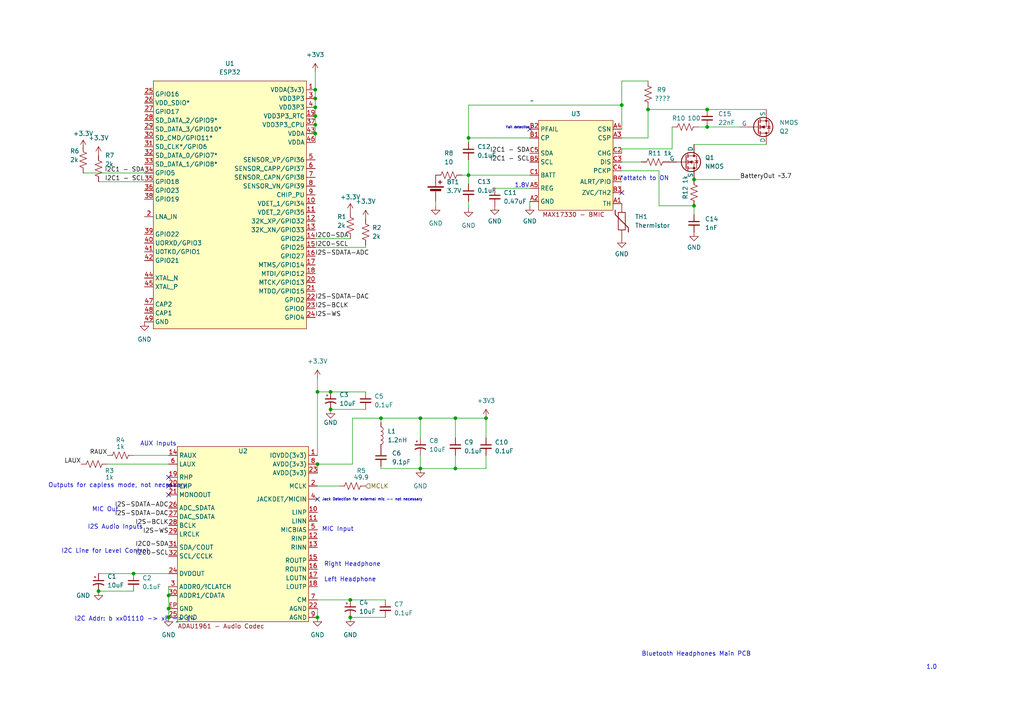
<source format=kicad_sch>
(kicad_sch (version 20230121) (generator eeschema)
  (paper "A4")
  (lib_symbols
    (symbol "CustomSymbols:ADAU1961"
      (property "Reference" "U" (at 1.27 52.07 0))
      (symbol "ADAU1961_1_1"
        (rectangle (start 0 50.8) (end 38.1 0) (fill (type background)))
        (text "ADAU1961 - Audio Codec" (at 12.7 -1.27 0) (effects (font (size 1.27 1.27))))
        (pin input line (at 40.64 48.26 180) (length 2.54) (name "IOVDD(3v3)") (number "1"))
        (pin input line (at 40.64 31.75 180) (length 2.54) (name "LINP") (number "10"))
        (pin input line (at 40.64 29.21 180) (length 2.54) (name "LINN") (number "11"))
        (pin input line (at 40.64 24.13 180) (length 2.54) (name "RINP") (number "12"))
        (pin input line (at 40.64 21.59 180) (length 2.54) (name "RINN") (number "13"))
        (pin input line (at -2.54 48.26 0) (length 2.54) (name "RAUX") (number "14"))
        (pin input line (at 40.64 17.78 180) (length 2.54) (name "ROUTP") (number "15"))
        (pin input line (at 40.64 15.24 180) (length 2.54) (name "ROUTN") (number "16"))
        (pin input line (at 40.64 12.7 180) (length 2.54) (name "LOUTN") (number "17"))
        (pin input line (at 40.64 10.16 180) (length 2.54) (name "LOUTP") (number "18"))
        (pin input line (at -2.54 41.91 0) (length 2.54) (name "RHP") (number "19"))
        (pin input line (at 40.64 39.37 180) (length 2.54) (name "MCLK") (number "2"))
        (pin input line (at -2.54 39.37 0) (length 2.54) (name "LHP") (number "20"))
        (pin input line (at -2.54 36.83 0) (length 2.54) (name "MONOOUT") (number "21"))
        (pin input line (at 40.64 3.81 180) (length 2.54) (name "AGND") (number "22"))
        (pin input line (at 40.64 43.18 180) (length 2.54) (name "AVDD(3v3)") (number "23"))
        (pin input line (at -2.54 13.97 0) (length 2.54) (name "DVDOUT") (number "24"))
        (pin input line (at -2.54 1.27 0) (length 2.54) (name "DGND") (number "25"))
        (pin input line (at -2.54 33.02 0) (length 2.54) (name "ADC_SDATA") (number "26"))
        (pin input line (at -2.54 30.48 0) (length 2.54) (name "DAC_SDATA") (number "27"))
        (pin input line (at -2.54 27.94 0) (length 2.54) (name "BCLK") (number "28"))
        (pin input line (at -2.54 25.4 0) (length 2.54) (name "LRCLK") (number "29"))
        (pin input line (at -2.54 10.16 0) (length 2.54) (name "ADDR0/!CLATCH") (number "3"))
        (pin input line (at -2.54 7.62 0) (length 2.54) (name "ADDR1/CDATA") (number "30"))
        (pin input line (at -2.54 21.59 0) (length 2.54) (name "SDA/COUT") (number "31"))
        (pin input line (at -2.54 19.05 0) (length 2.54) (name "SCL/CCLK") (number "32"))
        (pin input line (at 40.64 35.56 180) (length 2.54) (name "JACKDET/MICIN") (number "4"))
        (pin input line (at 40.64 26.67 180) (length 2.54) (name "MICBIAS") (number "5"))
        (pin input line (at -2.54 45.72 0) (length 2.54) (name "LAUX") (number "6"))
        (pin input line (at 40.64 6.35 180) (length 2.54) (name "CM") (number "7"))
        (pin input line (at 40.64 45.72 180) (length 2.54) (name "AVDD(3v3)") (number "8"))
        (pin input line (at 40.64 1.27 180) (length 2.54) (name "AGND") (number "9"))
        (pin input line (at -2.54 3.81 0) (length 2.54) (name "GND") (number "EP"))
      )
    )
    (symbol "CustomSymbols:ESP32"
      (property "Reference" "U" (at 1.016 73.152 0))
      (property "Value" "ESP32" (at 3.81 -1.27 0))
      (symbol "ESP32_1_1"
        (rectangle (start 0 72.39) (end 44.45 0.508) (fill (type background)))
        (pin input line (at 46.99 69.85 180) (length 2.54) (name "VDDA(3v3)") (number "1"))
        (pin input line (at 46.99 36.83 180) (length 2.54) (name "VDET_1/GPI34") (number "10"))
        (pin input line (at 46.99 34.29 180) (length 2.54) (name "VDET_2/GPI35") (number "11"))
        (pin input line (at 46.99 31.75 180) (length 2.54) (name "32K_XP/GPIO32") (number "12"))
        (pin input line (at 46.99 29.21 180) (length 2.54) (name "32K_XN/GPIO33") (number "13"))
        (pin input line (at 46.99 26.67 180) (length 2.54) (name "GPIO25") (number "14"))
        (pin input line (at 46.99 24.13 180) (length 2.54) (name "GPIO25") (number "15"))
        (pin input line (at 46.99 21.59 180) (length 2.54) (name "GPIO27") (number "16"))
        (pin input line (at 46.99 19.05 180) (length 2.54) (name "MTMS/GPIO14") (number "17"))
        (pin input line (at 46.99 16.51 180) (length 2.54) (name "MTDI/GPIO12") (number "18"))
        (pin input line (at 46.99 62.23 180) (length 2.54) (name "VDD3P3_RTC") (number "19"))
        (pin input line (at -2.54 33.02 0) (length 2.54) (name "LNA_IN") (number "2"))
        (pin input line (at 46.99 13.97 180) (length 2.54) (name "MTCK/GPIO13") (number "20"))
        (pin input line (at 46.99 11.43 180) (length 2.54) (name "MTDO/GPIO15") (number "21"))
        (pin input line (at 46.99 8.89 180) (length 2.54) (name "GPIO2") (number "22"))
        (pin input line (at 46.99 6.35 180) (length 2.54) (name "GPIO0") (number "23"))
        (pin input line (at 46.99 3.81 180) (length 2.54) (name "GPIO4") (number "24"))
        (pin input line (at -2.54 68.58 0) (length 2.54) (name "GPIO16") (number "25"))
        (pin input line (at -2.54 66.04 0) (length 2.54) (name "VDD_SDIO*") (number "26"))
        (pin input line (at -2.54 63.5 0) (length 2.54) (name "GPIO17") (number "27"))
        (pin input line (at -2.54 60.96 0) (length 2.54) (name "SD_DATA_2/GPIO9*") (number "28"))
        (pin input line (at -2.54 58.42 0) (length 2.54) (name "SD_DATA_3/GPIO10*") (number "29"))
        (pin input line (at 46.99 67.31 180) (length 2.54) (name "VDD3P3") (number "3"))
        (pin input line (at -2.54 55.88 0) (length 2.54) (name "SD_CMD/GPIO11*") (number "30"))
        (pin input line (at -2.54 53.34 0) (length 2.54) (name "SD_CLK*/GPIO6") (number "31"))
        (pin input line (at -2.54 50.8 0) (length 2.54) (name "SD_DATA_0/GPIO7*") (number "32"))
        (pin input line (at -2.54 48.26 0) (length 2.54) (name "SD_DATA_1/GPIO8*") (number "33"))
        (pin input line (at -2.54 45.72 0) (length 2.54) (name "GPIO5") (number "34"))
        (pin input line (at -2.54 43.18 0) (length 2.54) (name "GPIO18") (number "35"))
        (pin input line (at -2.54 40.64 0) (length 2.54) (name "GPIO23") (number "36"))
        (pin input line (at 46.99 59.69 180) (length 2.54) (name "VDD3P3_CPU") (number "37"))
        (pin input line (at -2.54 38.1 0) (length 2.54) (name "GPIO19") (number "38"))
        (pin input line (at -2.54 27.94 0) (length 2.54) (name "GPIO22") (number "39"))
        (pin input line (at 46.99 64.77 180) (length 2.54) (name "VDD3P3") (number "4"))
        (pin input line (at -2.54 25.4 0) (length 2.54) (name "UORXD/GPIO3") (number "40"))
        (pin input line (at -2.54 22.86 0) (length 2.54) (name "U0TKD/GPIO1") (number "41"))
        (pin input line (at -2.54 20.32 0) (length 2.54) (name "GPIO21") (number "42"))
        (pin input line (at 46.99 57.15 180) (length 2.54) (name "VDDA") (number "43"))
        (pin input line (at -2.54 15.24 0) (length 2.54) (name "XTAL_N") (number "44"))
        (pin input line (at -2.54 12.7 0) (length 2.54) (name "XTAL_P") (number "45"))
        (pin input line (at 46.99 54.61 180) (length 2.54) (name "VDDA") (number "46"))
        (pin input line (at -2.54 7.62 0) (length 2.54) (name "CAP2") (number "47"))
        (pin input line (at -2.54 5.08 0) (length 2.54) (name "CAP1") (number "48"))
        (pin input line (at -2.54 2.54 0) (length 2.54) (name "GND") (number "49"))
        (pin input line (at 46.99 49.53 180) (length 2.54) (name "SENSOR_VP/GPI36") (number "5"))
        (pin input line (at 46.99 46.99 180) (length 2.54) (name "SENSOR_CAPP/GPI37") (number "6"))
        (pin input line (at 46.99 44.45 180) (length 2.54) (name "SENSOR_CAPN/GPI38") (number "7"))
        (pin input line (at 46.99 41.91 180) (length 2.54) (name "SENSOR_VN/GPI39") (number "8"))
        (pin input line (at 46.99 39.37 180) (length 2.54) (name "CHIP_PU") (number "9"))
      )
    )
    (symbol "CustomSymbols:MAX17330"
      (property "Reference" "U" (at 1.27 27.305 0))
      (symbol "MAX17330_1_1"
        (rectangle (start 0 26.035) (end 21.59 0) (fill (type background)))
        (text "MAX17330 - BMIC\n" (at 10.16 -1.27 0) (effects (font (size 1.27 1.27))))
        (pin input line (at 24.13 1.905 180) (length 2.54) (name "TH") (number "A1"))
        (pin input line (at -2.54 2.54 0) (length 2.54) (name "GND") (number "A2"))
        (pin input line (at 24.13 20.955 180) (length 2.54) (name "CSP") (number "A3"))
        (pin input line (at 24.13 23.495 180) (length 2.54) (name "CSN") (number "A4"))
        (pin input line (at -2.54 6.35 0) (length 2.54) (name "REG") (number "A5"))
        (pin input line (at -2.54 20.955 0) (length 2.54) (name "CP") (number "B1"))
        (pin input line (at -2.54 23.495 0) (length 2.54) (name "PFAIL") (number "B2"))
        (pin input line (at 24.13 5.08 180) (length 2.54) (name "ZVC/TH2") (number "B3"))
        (pin input line (at 24.13 8.255 180) (length 2.54) (name "ALRT/PIO") (number "B4"))
        (pin input line (at -2.54 13.97 0) (length 2.54) (name "SCL") (number "B5"))
        (pin input line (at -2.54 10.16 0) (length 2.54) (name "BATT") (number "C1"))
        (pin input line (at 24.13 16.51 180) (length 2.54) (name "CHG") (number "C2"))
        (pin input line (at 24.13 13.97 180) (length 2.54) (name "DIS") (number "C3"))
        (pin input line (at 24.13 11.43 180) (length 2.54) (name "PCKP") (number "C4"))
        (pin input line (at -2.54 16.51 0) (length 2.54) (name "SDA") (number "C5"))
      )
    )
    (symbol "Device:Battery_Cell" (pin_numbers hide) (pin_names (offset 0) hide)
      (property "Reference" "BT" (at 2.54 2.54 0))
      (property "Value" "Battery_Cell" (at 2.54 0 0))
      (symbol "Battery_Cell_0_1"
        (rectangle (start -2.286 1.778) (end 2.286 1.524) (fill (type outline)))
        (rectangle (start -1.524 1.016) (end 1.524 0.508) (fill (type outline)))
        (polyline (pts (xy 0 0.762) (xy 0 0)))
        (polyline (pts (xy 0 1.778) (xy 0 2.54)))
        (polyline (pts (xy 0.762 3.048) (xy 1.778 3.048)) (stroke (width 0.254)))
        (polyline (pts (xy 1.27 3.556) (xy 1.27 2.54)) (stroke (width 0.254)))
      )
      (symbol "Battery_Cell_1_1"
        (pin passive line (at 0 5.08 270) (length 2.54) (name "+") (number "1"))
        (pin passive line (at 0 -2.54 90) (length 2.54) (name "-") (number "2"))
      )
    )
    (symbol "Device:C_Polarized_Small_US" (pin_numbers hide) (pin_names (offset 0.254) hide)
      (property "Reference" "C" (at 0.254 1.778 0))
      (property "Value" "C_Polarized_Small_US" (at 0.254 -2.032 0))
      (symbol "C_Polarized_Small_US_0_1"
        (polyline (pts (xy -1.524 0.508) (xy 1.524 0.508)) (stroke (width 0.3048)))
        (polyline (pts (xy -1.27 1.524) (xy -0.762 1.524)))
        (polyline (pts (xy -1.016 1.27) (xy -1.016 1.778)))
        (arc (start 1.524 -0.762) (mid 0 -0.3734) (end -1.524 -0.762) (stroke (width 0.3048)))
      )
      (symbol "C_Polarized_Small_US_1_1"
        (pin passive line (at 0 2.54 270) (length 2.032) (name "~") (number "1"))
        (pin passive line (at 0 -2.54 90) (length 2.032) (name "~") (number "2"))
      )
    )
    (symbol "Device:C_Small" (pin_numbers hide) (pin_names (offset 0.254) hide)
      (property "Reference" "C" (at 0.254 1.778 0))
      (property "Value" "C_Small" (at 0.254 -2.032 0))
      (symbol "C_Small_0_1"
        (polyline (pts (xy -1.524 -0.508) (xy 1.524 -0.508)) (stroke (width 0.3302)))
        (polyline (pts (xy -1.524 0.508) (xy 1.524 0.508)) (stroke (width 0.3048)))
      )
      (symbol "C_Small_1_1"
        (pin passive line (at 0 2.54 270) (length 2.032) (name "~") (number "1"))
        (pin passive line (at 0 -2.54 90) (length 2.032) (name "~") (number "2"))
      )
    )
    (symbol "Device:L" (pin_numbers hide) (pin_names (offset 1.016) hide)
      (property "Reference" "L" (at -1.27 0 90))
      (property "Value" "L" (at 1.905 0 90))
      (symbol "L_0_1"
        (arc (start 0 -2.54) (mid 0.6323 -1.905) (end 0 -1.27))
        (arc (start 0 -1.27) (mid 0.6323 -0.635) (end 0 0))
        (arc (start 0 0) (mid 0.6323 0.635) (end 0 1.27))
        (arc (start 0 1.27) (mid 0.6323 1.905) (end 0 2.54))
      )
      (symbol "L_1_1"
        (pin passive line (at 0 3.81 270) (length 1.27) (name "1") (number "1"))
        (pin passive line (at 0 -3.81 90) (length 1.27) (name "2") (number "2"))
      )
    )
    (symbol "Device:R_US" (pin_numbers hide) (pin_names (offset 0))
      (property "Reference" "R" (at 2.54 0 90))
      (property "Value" "R_US" (at -2.54 0 90))
      (symbol "R_US_0_1"
        (polyline (pts (xy 0 -2.286) (xy 0 -2.54)))
        (polyline (pts (xy 0 2.286) (xy 0 2.54)))
        (polyline (pts (xy 0 -0.762) (xy 1.016 -1.143) (xy 0 -1.524) (xy -1.016 -1.905) (xy 0 -2.286)))
        (polyline (pts (xy 0 0.762) (xy 1.016 0.381) (xy 0 0) (xy -1.016 -0.381) (xy 0 -0.762)))
        (polyline (pts (xy 0 2.286) (xy 1.016 1.905) (xy 0 1.524) (xy -1.016 1.143) (xy 0 0.762)))
      )
      (symbol "R_US_1_1"
        (pin passive line (at 0 3.81 270) (length 1.27) (name "~") (number "1"))
        (pin passive line (at 0 -3.81 90) (length 1.27) (name "~") (number "2"))
      )
    )
    (symbol "Device:Thermistor" (pin_numbers hide) (pin_names (offset 0))
      (property "Reference" "TH" (at 2.54 1.27 90))
      (property "Value" "Thermistor" (at -2.54 0 90))
      (symbol "Thermistor_0_1"
        (rectangle (start -1.016 2.54) (end 1.016 -2.54) (stroke (width 0.2032)))
        (polyline (pts (xy -1.905 3.175) (xy -1.905 1.905) (xy 1.905 -1.905) (xy 1.905 -3.175) (xy 1.905 -3.175)) (stroke (width 0.254)))
      )
      (symbol "Thermistor_1_1"
        (pin passive line (at 0 5.08 270) (length 2.54) (name "~") (number "1"))
        (pin passive line (at 0 -5.08 90) (length 2.54) (name "~") (number "2"))
      )
    )
    (symbol "Simulation_SPICE:NMOS" (pin_numbers hide) (pin_names (offset 0))
      (property "Reference" "Q" (at 5.08 1.27 0))
      (property "Value" "NMOS" (at 5.08 -1.27 0))
      (symbol "NMOS_0_1"
        (polyline (pts (xy 0.254 0) (xy -2.54 0)))
        (polyline (pts (xy 0.254 1.905) (xy 0.254 -1.905)) (stroke (width 0.254)))
        (polyline (pts (xy 0.762 -1.27) (xy 0.762 -2.286)) (stroke (width 0.254)))
        (polyline (pts (xy 0.762 0.508) (xy 0.762 -0.508)) (stroke (width 0.254)))
        (polyline (pts (xy 0.762 2.286) (xy 0.762 1.27)) (stroke (width 0.254)))
        (polyline (pts (xy 2.54 2.54) (xy 2.54 1.778)))
        (polyline (pts (xy 2.54 -2.54) (xy 2.54 0) (xy 0.762 0)))
        (polyline (pts (xy 0.762 -1.778) (xy 3.302 -1.778) (xy 3.302 1.778) (xy 0.762 1.778)))
        (polyline (pts (xy 1.016 0) (xy 2.032 0.381) (xy 2.032 -0.381) (xy 1.016 0)) (fill (type outline)))
        (polyline (pts (xy 2.794 0.508) (xy 2.921 0.381) (xy 3.683 0.381) (xy 3.81 0.254)))
        (polyline (pts (xy 3.302 0.381) (xy 2.921 -0.254) (xy 3.683 -0.254) (xy 3.302 0.381)))
        (circle (center 1.651 0) (radius 2.794) (stroke (width 0.254)))
        (circle (center 2.54 -1.778) (radius 0.254) (fill (type outline)))
        (circle (center 2.54 1.778) (radius 0.254) (fill (type outline)))
      )
      (symbol "NMOS_1_1"
        (pin passive line (at 2.54 5.08 270) (length 2.54) (name "D") (number "1"))
        (pin input line (at -5.08 0 0) (length 2.54) (name "G") (number "2"))
        (pin passive line (at 2.54 -5.08 90) (length 2.54) (name "S") (number "3"))
      )
    )
    (symbol "power:+3.3V" (power) (pin_names (offset 0))
      (property "Value" "+3.3V" (at 0 3.556 0))
      (symbol "+3.3V_0_1"
        (polyline (pts (xy -0.762 1.27) (xy 0 2.54)))
        (polyline (pts (xy 0 0) (xy 0 2.54)))
        (polyline (pts (xy 0 2.54) (xy 0.762 1.27)))
      )
      (symbol "+3.3V_1_1"
        (pin power_in line (at 0 0 90) (length 0) hide (name "+3.3V") (number "1"))
      )
    )
    (symbol "power:+3V3" (power) (pin_names (offset 0))
      (property "Value" "+3V3" (at 0 3.556 0))
      (symbol "+3V3_0_1"
        (polyline (pts (xy -0.762 1.27) (xy 0 2.54)))
        (polyline (pts (xy 0 0) (xy 0 2.54)))
        (polyline (pts (xy 0 2.54) (xy 0.762 1.27)))
      )
      (symbol "+3V3_1_1"
        (pin power_in line (at 0 0 90) (length 0) hide (name "+3V3") (number "1"))
      )
    )
    (symbol "power:GND" (power) (pin_names (offset 0))
      (property "Value" "GND" (at 0 -3.81 0))
      (symbol "GND_0_1"
        (polyline (pts (xy 0 0) (xy 0 -1.27) (xy 1.27 -1.27) (xy 0 -2.54) (xy -1.27 -1.27) (xy 0 -1.27)))
      )
      (symbol "GND_1_1"
        (pin power_in line (at 0 0 270) (length 0) hide (name "GND") (number "1"))
      )
    )
  )
  (junction (at 201.295 59.69))
  (junction (at 205.105 31.75))
  (junction (at 91.44 38.735))
  (junction (at 92.075 179.07))
  (junction (at 92.075 113.665))
  (junction (at 101.6 179.07))
  (junction (at 48.895 176.53))
  (junction (at 91.44 33.655))
  (junction (at 205.105 36.83))
  (junction (at 91.44 31.115))
  (junction (at 132.08 135.89))
  (junction (at 135.89 50.8))
  (junction (at 92.075 134.62))
  (junction (at 101.6 173.99))
  (junction (at 48.895 179.07))
  (junction (at 121.92 135.89))
  (junction (at 135.89 40.005))
  (junction (at 121.92 121.285))
  (junction (at 132.08 121.285))
  (junction (at 91.44 36.195))
  (junction (at 201.295 52.07))
  (junction (at 38.735 166.37))
  (junction (at 48.895 172.72))
  (junction (at 91.44 28.575))
  (junction (at 187.96 31.75))
  (junction (at 28.575 171.45))
  (junction (at 91.44 26.035))
  (junction (at 140.97 121.285))
  (junction (at 95.885 113.665))
  (junction (at 95.885 118.745))
  (junction (at 180.34 30.48))
  (junction (at 110.49 121.285))
  (no_connect (at 180.34 55.88))
  (no_connect (at 92.075 144.78))
  (no_connect (at 48.895 138.43))
  (no_connect (at 153.67 37.465))
  (no_connect (at 48.895 143.51))
  (no_connect (at 48.895 140.97))
  (wire (pts (xy 91.44 36.195) (xy 91.44 38.735)))
  (wire (pts (xy 153.67 40.005) (xy 135.89 40.005)))
  (wire (pts (xy 91.44 31.115) (xy 91.44 33.655)))
  (wire (pts (xy 191.135 59.69) (xy 191.135 49.53)))
  (wire (pts (xy 92.075 134.62) (xy 102.235 134.62)))
  (wire (pts (xy 205.105 31.75) (xy 222.25 31.75)))
  (wire (pts (xy 91.44 28.575) (xy 91.44 31.115)))
  (wire (pts (xy 92.075 134.62) (xy 92.075 137.16)))
  (wire (pts (xy 180.34 46.99) (xy 186.055 46.99)))
  (wire (pts (xy 48.895 172.72) (xy 48.895 176.53)))
  (wire (pts (xy 135.89 58.42) (xy 135.89 60.325)))
  (wire (pts (xy 38.735 166.37) (xy 48.895 166.37)))
  (wire (pts (xy 48.895 176.53) (xy 48.895 179.07)))
  (wire (pts (xy 110.49 121.285) (xy 110.49 122.555)))
  (wire (pts (xy 101.6 173.99) (xy 111.76 173.99)))
  (wire (pts (xy 24.13 50.165) (xy 41.91 50.165)))
  (wire (pts (xy 135.89 30.48) (xy 180.34 30.48)))
  (wire (pts (xy 121.92 135.89) (xy 121.92 132.08)))
  (wire (pts (xy 201.295 59.69) (xy 201.295 62.23)))
  (wire (pts (xy 28.575 166.37) (xy 38.735 166.37)))
  (wire (pts (xy 187.96 31.75) (xy 187.96 40.005)))
  (wire (pts (xy 194.945 36.83) (xy 194.945 43.18)))
  (wire (pts (xy 153.67 59.69) (xy 153.67 58.42)))
  (wire (pts (xy 214.63 52.07) (xy 201.295 52.07)))
  (wire (pts (xy 91.44 71.755) (xy 106.045 71.755)))
  (wire (pts (xy 135.89 46.355) (xy 135.89 50.8)))
  (wire (pts (xy 135.89 50.8) (xy 135.89 53.34)))
  (wire (pts (xy 143.51 54.61) (xy 153.67 54.61)))
  (wire (pts (xy 28.575 171.45) (xy 38.735 171.45)))
  (wire (pts (xy 132.08 135.89) (xy 140.97 135.89)))
  (wire (pts (xy 91.44 20.955) (xy 91.44 26.035)))
  (wire (pts (xy 110.49 135.255) (xy 110.49 135.89)))
  (wire (pts (xy 92.075 109.855) (xy 92.075 113.665)))
  (wire (pts (xy 102.235 121.285) (xy 110.49 121.285)))
  (wire (pts (xy 121.92 127) (xy 121.92 121.285)))
  (wire (pts (xy 92.075 113.665) (xy 92.075 132.08)))
  (wire (pts (xy 187.96 40.005) (xy 180.34 40.005)))
  (wire (pts (xy 132.08 121.285) (xy 140.97 121.285)))
  (wire (pts (xy 110.49 121.285) (xy 121.92 121.285)))
  (wire (pts (xy 31.115 134.62) (xy 48.895 134.62)))
  (wire (pts (xy 135.89 40.005) (xy 135.89 41.275)))
  (wire (pts (xy 180.34 30.48) (xy 180.34 37.465)))
  (wire (pts (xy 91.44 38.735) (xy 91.44 41.275)))
  (wire (pts (xy 95.885 113.665) (xy 106.045 113.665)))
  (wire (pts (xy 135.89 50.8) (xy 153.67 50.8)))
  (wire (pts (xy 38.735 132.08) (xy 48.895 132.08)))
  (wire (pts (xy 132.08 135.89) (xy 132.08 132.08)))
  (wire (pts (xy 135.89 40.005) (xy 135.89 30.48)))
  (wire (pts (xy 102.235 134.62) (xy 102.235 121.285)))
  (wire (pts (xy 191.135 49.53) (xy 180.34 49.53)))
  (wire (pts (xy 95.885 118.745) (xy 106.045 118.745)))
  (wire (pts (xy 121.92 121.285) (xy 132.08 121.285)))
  (wire (pts (xy 202.565 36.83) (xy 205.105 36.83)))
  (wire (pts (xy 201.295 41.91) (xy 222.25 41.91)))
  (wire (pts (xy 133.985 50.8) (xy 135.89 50.8)))
  (wire (pts (xy 126.365 59.69) (xy 126.365 58.42)))
  (wire (pts (xy 91.44 33.655) (xy 91.44 36.195)))
  (wire (pts (xy 180.34 43.18) (xy 180.34 44.45)))
  (wire (pts (xy 187.96 31.75) (xy 205.105 31.75)))
  (wire (pts (xy 91.44 69.215) (xy 101.6 69.215)))
  (wire (pts (xy 140.97 121.285) (xy 140.97 127)))
  (wire (pts (xy 28.575 52.705) (xy 41.91 52.705)))
  (wire (pts (xy 92.075 173.99) (xy 101.6 173.99)))
  (wire (pts (xy 91.44 26.035) (xy 91.44 28.575)))
  (wire (pts (xy 140.97 135.89) (xy 140.97 132.08)))
  (wire (pts (xy 121.92 135.89) (xy 132.08 135.89)))
  (wire (pts (xy 205.105 36.83) (xy 214.63 36.83)))
  (wire (pts (xy 101.6 179.07) (xy 111.76 179.07)))
  (wire (pts (xy 191.135 59.69) (xy 201.295 59.69)))
  (wire (pts (xy 180.34 23.495) (xy 180.34 30.48)))
  (wire (pts (xy 92.075 140.97) (xy 98.425 140.97)))
  (wire (pts (xy 132.08 121.285) (xy 132.08 127)))
  (wire (pts (xy 92.075 176.53) (xy 92.075 179.07)))
  (wire (pts (xy 180.34 23.495) (xy 187.96 23.495)))
  (wire (pts (xy 187.96 31.115) (xy 187.96 31.75)))
  (wire (pts (xy 106.045 71.12) (xy 106.045 71.755)))
  (wire (pts (xy 110.49 135.89) (xy 121.92 135.89)))
  (wire (pts (xy 48.895 170.18) (xy 48.895 172.72)))
  (wire (pts (xy 92.075 113.665) (xy 95.885 113.665)))
  (wire (pts (xy 194.945 43.18) (xy 180.34 43.18)))
  (wire (pts (xy 24.13 42.545) (xy 24.13 43.18)))
  (text "MIC Out\n" (at 26.67 148.59 0) (effects (font (size 1.27 1.27)) (justify left bottom)))
  (text "Fail detection\n" (at 146.685 37.465 0) (effects (font (size 0.66 0.66)) (justify left bottom)))
  (text "AUX Inputs" (at 40.64 129.54 0) (effects (font (size 1.27 1.27)) (justify left bottom)))
  (text "I2S Audio Inputs\n" (at 25.4 153.67 0) (effects (font (size 1.27 1.27)) (justify left bottom)))
  (text "*attatch to ON\n\n" (at 179.705 54.61 0) (effects (font (size 1.27 1.27)) (justify left bottom)))
  (text "Outputs for capless mode, not necessary\n" (at 13.97 141.605 0) (effects (font (size 1.27 1.27)) (justify left bottom)))
  (text "Left Headphone\n" (at 93.98 168.91 0) (effects (font (size 1.27 1.27)) (justify left bottom)))
  (text "1.8V" (at 149.225 54.61 0) (effects (font (size 1.27 1.27)) (justify left bottom)))
  (text "I2C Line for Level Control\n" (at 17.78 160.655 0) (effects (font (size 1.27 1.27)) (justify left bottom)))
  (text "1.0" (at 268.605 194.31 0) (effects (font (size 1.27 1.27)) (justify left bottom)))
  (text "MIC Input" (at 93.345 154.305 0) (effects (font (size 1.27 1.27)) (justify left bottom)))
  (text "I2C Addr: b xx01110 -> xE -> 14" (at 21.59 180.34 0) (effects (font (size 1.27 1.27)) (justify left bottom)))
  (text "Right Headphone\n" (at 93.98 164.465 0) (effects (font (size 1.27 1.27)) (justify left bottom)))
  (text "Jack Detection for external mic -- not necessary" (at 93.345 145.415 0) (effects (font (size 0.75 0.75)) (justify left bottom)))
  (text "Bluetooth Headphones Main PCB" (at 186.055 190.5 0) (effects (font (size 1.27 1.27)) (justify left bottom)))
  (label "I2C1 - SDA" (at 153.67 44.45 180))
  (label "I2S-SDATA-ADC" (at 91.44 74.295 0))
  (label "I2S-SDATA-DAC" (at 48.895 149.86 180))
  (label "I2C1 - SCL" (at 41.91 52.705 180))
  (label "I2C1 - SCL" (at 153.67 46.99 180))
  (label "I2C0-SCL" (at 48.895 161.29 180))
  (label "I2S-BCLK" (at 91.44 89.535 0))
  (label "I2C0-SDA" (at 48.895 158.75 180))
  (label "I2S-SDATA-DAC" (at 91.44 86.995 0))
  (label "I2C0-SDA" (at 91.44 69.215 0))
  (label "I2S-WS" (at 48.895 154.94 180))
  (label "BatteryOut ~3.7" (at 214.63 52.07 0))
  (label "I2S-SDATA-ADC" (at 48.895 147.32 180))
  (label "I2S-WS" (at 91.44 92.075 0))
  (label "RAUX" (at 31.115 132.08 180))
  (label "I2C1 - SDA" (at 41.91 50.165 180))
  (label "I2C0-SCL" (at 91.44 71.755 0))
  (label "LAUX" (at 23.495 134.62 180))
  (label "I2S-BCLK" (at 48.895 152.4 180))
  (hierarchical_label "MCLK" (shape input) (at 106.045 140.97 0))
  (symbol (lib_id "Device:C_Small") (at 135.89 55.88 0) (unit 1)
    (property "Reference" "C13" (at 138.43 52.705 0) (effects (justify left)))
    (property "Value" "0.1uF" (at 138.43 55.245 0) (effects (justify left)))
  )
  (symbol (lib_id "Device:C_Small") (at 140.97 129.54 0) (unit 1)
    (property "Reference" "C10" (at 143.51 128.2763 0) (effects (justify left)))
    (property "Value" "0.1uF" (at 143.51 130.8163 0) (effects (justify left)))
  )
  (symbol (lib_id "Device:R_US") (at 24.13 46.355 0) (unit 1)
    (property "Reference" "R6" (at 20.32 43.815 0) (effects (justify left)))
    (property "Value" "2k" (at 20.32 46.355 0) (effects (justify left)))
  )
  (symbol (lib_id "power:GND") (at 121.92 135.89 0) (unit 1)
    (property "Reference" "#PWR013" (effects hide))
    (property "Value" "GND" (at 121.92 140.97 0))
  )
  (symbol (lib_id "power:GND") (at 135.89 60.325 0) (unit 1)
    (property "Reference" "#PWR019" (effects hide))
    (property "Value" "GND" (at 135.89 65.405 0))
  )
  (symbol (lib_id "Device:R_US") (at 101.6 65.405 0) (unit 1)
    (property "Reference" "R1" (at 97.79 62.865 0) (effects (justify left)))
    (property "Value" "2k" (at 97.79 65.405 0) (effects (justify left)))
  )
  (symbol (lib_id "Device:C_Small") (at 106.045 116.205 0) (unit 1)
    (property "Reference" "C5" (at 108.585 114.9413 0) (effects (justify left)))
    (property "Value" "0.1uF" (at 108.585 117.4813 0) (effects (justify left)))
  )
  (symbol (lib_id "Simulation_SPICE:NMOS") (at 198.755 46.99 0) (unit 1)
    (property "Reference" "Q1" (at 204.47 45.72 0) (effects (justify left)))
    (property "Value" "NMOS" (at 204.47 48.26 0) (effects (justify left)))
    (property "Datasheet" "https://ngspice.sourceforge.io/docs/ngspice-manual.pdf" (effects hide))
    (property "Sim.Device" "NMOS" (effects hide))
    (property "Sim.Type" "VDMOS" (effects hide))
    (property "Sim.Pins" "1=D 2=G 3=S" (effects hide))
  )
  (symbol (lib_id "power:GND") (at 153.67 59.69 0) (unit 1)
    (property "Reference" "#PWR015" (effects hide))
    (property "Value" "GND" (at 153.67 64.135 0))
  )
  (symbol (lib_id "Device:R_US") (at 189.865 46.99 90) (unit 1)
    (property "Reference" "R11" (at 189.865 44.45 90))
    (property "Value" "1k" (at 193.675 44.45 90))
  )
  (symbol (lib_id "Device:C_Small") (at 143.51 57.15 0) (unit 1)
    (property "Reference" "C11" (at 146.05 55.8863 0) (effects (justify left)))
    (property "Value" "0.47uF" (at 146.05 58.4263 0) (effects (justify left)))
  )
  (symbol (lib_id "power:GND") (at 48.895 179.07 0) (unit 1)
    (property "Reference" "#PWR03" (effects hide))
    (property "Value" "GND" (at 48.895 184.15 0))
  )
  (symbol (lib_id "power:+3.3V") (at 28.575 45.085 0) (unit 1)
    (property "Reference" "#PWR018" (effects hide))
    (property "Value" "+3.3V" (at 28.575 40.005 0))
  )
  (symbol (lib_id "power:GND") (at 143.51 59.69 0) (unit 1)
    (property "Reference" "#PWR016" (effects hide))
    (property "Value" "GND" (at 143.51 64.135 0))
  )
  (symbol (lib_id "CustomSymbols:ADAU1961") (at 51.435 180.34 0) (unit 1)
    (property "Reference" "U2" (at 70.485 130.81 0))
    (property "Value" "~" (at 51.435 180.34 0))
  )
  (symbol (lib_id "Device:Battery_Cell") (at 126.365 55.88 0) (unit 1)
    (property "Reference" "BT1" (at 129.54 52.7685 0) (effects (justify left)))
    (property "Value" "3.7V" (at 129.54 55.3085 0) (effects (justify left)))
  )
  (symbol (lib_id "CustomSymbols:ESP32") (at 44.45 95.885 0) (unit 1)
    (property "Reference" "U1" (at 66.675 18.415 0))
    (property "Value" "ESP32" (at 66.675 20.955 0))
  )
  (symbol (lib_id "power:+3V3") (at 140.97 121.285 0) (unit 1)
    (property "Reference" "#PWR014" (effects hide))
    (property "Value" "+3V3" (at 140.97 116.205 0))
  )
  (symbol (lib_id "power:GND") (at 92.075 179.07 0) (unit 1)
    (property "Reference" "#PWR05" (effects hide))
    (property "Value" "GND" (at 92.075 184.15 0))
  )
  (symbol (lib_id "Device:C_Small") (at 38.735 168.91 0) (unit 1)
    (property "Reference" "C2" (at 41.275 167.6463 0) (effects (justify left)))
    (property "Value" "0.1uF" (at 41.275 170.1863 0) (effects (justify left)))
  )
  (symbol (lib_id "Device:R_US") (at 201.295 55.88 180) (unit 1)
    (property "Reference" "R12" (at 198.755 55.88 90))
    (property "Value" "1k" (at 198.755 52.07 90))
  )
  (symbol (lib_id "Device:R_US") (at 130.175 50.8 90) (unit 1)
    (property "Reference" "R8" (at 130.175 44.45 90))
    (property "Value" "10" (at 130.175 46.99 90))
  )
  (symbol (lib_id "Device:R_US") (at 28.575 48.895 0) (unit 1)
    (property "Reference" "R7" (at 30.48 45.085 0) (effects (justify left)))
    (property "Value" "2k" (at 30.48 47.625 0) (effects (justify left)))
  )
  (symbol (lib_id "power:GND") (at 95.885 118.745 0) (unit 1)
    (property "Reference" "#PWR07" (effects hide))
    (property "Value" "GND" (at 95.885 122.555 0))
  )
  (symbol (lib_id "Device:C_Polarized_Small_US") (at 101.6 176.53 0) (unit 1)
    (property "Reference" "C4" (at 104.14 174.8282 0) (effects (justify left)))
    (property "Value" "10uF" (at 104.14 177.3682 0) (effects (justify left)))
  )
  (symbol (lib_id "power:GND") (at 126.365 59.69 0) (unit 1)
    (property "Reference" "#PWR010" (effects hide))
    (property "Value" "GND" (at 126.365 64.77 0))
  )
  (symbol (lib_id "power:GND") (at 101.6 179.07 0) (unit 1)
    (property "Reference" "#PWR012" (effects hide))
    (property "Value" "GND" (at 101.6 184.15 0))
  )
  (symbol (lib_id "power:GND") (at 201.295 67.31 0) (unit 1)
    (property "Reference" "#PWR020" (effects hide))
    (property "Value" "GND" (at 201.295 71.755 0))
  )
  (symbol (lib_id "power:+3V3") (at 91.44 20.955 0) (unit 1)
    (property "Reference" "#PWR06" (effects hide))
    (property "Value" "+3V3" (at 91.44 15.875 0))
  )
  (symbol (lib_id "Device:C_Small") (at 135.89 43.815 0) (unit 1)
    (property "Reference" "C12" (at 138.43 42.5513 0) (effects (justify left)))
    (property "Value" "0.1uF" (at 138.43 45.0913 0) (effects (justify left)))
  )
  (symbol (lib_id "power:GND") (at 28.575 171.45 0) (unit 1)
    (property "Reference" "#PWR02" (effects hide))
    (property "Value" "GND" (at 24.13 172.72 0))
  )
  (symbol (lib_id "power:GND") (at 180.34 69.215 0) (unit 1)
    (property "Reference" "#PWR011" (effects hide))
    (property "Value" "GND" (at 180.34 73.66 0))
  )
  (symbol (lib_id "Device:C_Small") (at 201.295 64.77 0) (unit 1)
    (property "Reference" "C14" (at 204.47 63.5063 0) (effects (justify left)))
    (property "Value" "1nF" (at 204.47 66.0463 0) (effects (justify left)))
  )
  (symbol (lib_id "Device:R_US") (at 34.925 132.08 90) (unit 1)
    (property "Reference" "R4" (at 34.925 127.635 90))
    (property "Value" "1k" (at 34.925 129.54 90))
  )
  (symbol (lib_id "power:+3.3V") (at 101.6 61.595 0) (unit 1)
    (property "Reference" "#PWR08" (effects hide))
    (property "Value" "+3.3V" (at 101.6 57.15 0))
  )
  (symbol (lib_id "Device:C_Small") (at 111.76 176.53 0) (unit 1)
    (property "Reference" "C7" (at 114.3 175.2663 0) (effects (justify left)))
    (property "Value" "0.1uF" (at 114.3 177.8063 0) (effects (justify left)))
  )
  (symbol (lib_id "power:+3.3V") (at 106.045 63.5 0) (unit 1)
    (property "Reference" "#PWR09" (effects hide))
    (property "Value" "+3.3V" (at 106.045 58.42 0))
  )
  (symbol (lib_id "power:+3.3V") (at 92.075 109.855 0) (unit 1)
    (property "Reference" "#PWR04" (effects hide))
    (property "Value" "+3.3V" (at 92.075 104.775 0))
  )
  (symbol (lib_id "Device:R_US") (at 187.96 27.305 180) (unit 1)
    (property "Reference" "R9" (at 190.5 26.035 0) (effects (justify right)))
    (property "Value" "????" (at 189.865 28.575 0) (effects (justify right)))
  )
  (symbol (lib_id "Device:C_Polarized_Small_US") (at 95.885 116.205 0) (unit 1)
    (property "Reference" "C3" (at 98.425 114.5032 0) (effects (justify left)))
    (property "Value" "10uF" (at 98.425 117.0432 0) (effects (justify left)))
  )
  (symbol (lib_id "power:GND") (at 41.91 93.345 0) (unit 1)
    (property "Reference" "#PWR01" (effects hide))
    (property "Value" "GND" (at 41.91 98.425 0))
  )
  (symbol (lib_id "CustomSymbols:MAX17330") (at 156.21 60.96 0) (unit 1)
    (property "Reference" "U3" (at 167.005 33.02 0))
    (property "Value" "~" (at 154.305 29.21 0))
  )
  (symbol (lib_id "Device:R_US") (at 102.235 140.97 270) (unit 1)
    (property "Reference" "R5" (at 104.775 136.525 90))
    (property "Value" "49.9" (at 104.775 138.43 90))
  )
  (symbol (lib_id "Device:C_Small") (at 205.105 34.29 0) (unit 1)
    (property "Reference" "C15" (at 208.28 33.0263 0) (effects (justify left)))
    (property "Value" "22nF" (at 208.28 35.5663 0) (effects (justify left)))
  )
  (symbol (lib_id "Device:L") (at 110.49 126.365 0) (unit 1)
    (property "Reference" "L1" (at 112.395 125.095 0) (effects (justify left)))
    (property "Value" "1.2nH" (at 112.395 127.635 0) (effects (justify left)))
  )
  (symbol (lib_id "Device:R_US") (at 106.045 67.31 0) (unit 1)
    (property "Reference" "R2" (at 107.95 66.04 0) (effects (justify left)))
    (property "Value" "2k" (at 107.95 68.58 0) (effects (justify left)))
  )
  (symbol (lib_id "Simulation_SPICE:NMOS") (at 219.71 36.83 0) (mirror x) (unit 1)
    (property "Reference" "Q2" (at 226.06 38.1 0) (effects (justify left)))
    (property "Value" "NMOS" (at 226.06 35.56 0) (effects (justify left)))
    (property "Datasheet" "https://ngspice.sourceforge.io/docs/ngspice-manual.pdf" (effects hide))
    (property "Sim.Device" "NMOS" (effects hide))
    (property "Sim.Type" "VDMOS" (effects hide))
    (property "Sim.Pins" "1=D 2=G 3=S" (effects hide))
  )
  (symbol (lib_id "Device:C_Polarized_Small_US") (at 121.92 129.54 0) (unit 1)
    (property "Reference" "C8" (at 124.46 127.8382 0) (effects (justify left)))
    (property "Value" "10uF" (at 124.46 130.3782 0) (effects (justify left)))
  )
  (symbol (lib_id "Device:C_Small") (at 110.49 132.715 0) (unit 1)
    (property "Reference" "C6" (at 113.665 131.4513 0) (effects (justify left)))
    (property "Value" "9.1pF" (at 113.665 133.9913 0) (effects (justify left)))
  )
  (symbol (lib_id "Device:C_Small") (at 132.08 129.54 0) (unit 1)
    (property "Reference" "C9" (at 134.62 128.2763 0) (effects (justify left)))
    (property "Value" "0.1uF" (at 134.62 130.8163 0) (effects (justify left)))
  )
  (symbol (lib_id "Device:C_Polarized_Small_US") (at 28.575 168.91 0) (unit 1)
    (property "Reference" "C1" (at 31.115 167.2082 0) (effects (justify left)))
    (property "Value" "10uF" (at 31.115 169.7482 0) (effects (justify left)))
  )
  (symbol (lib_id "Device:Thermistor") (at 180.34 64.135 0) (unit 1)
    (property "Reference" "TH1" (at 184.15 62.865 0) (effects (justify left)))
    (property "Value" "Thermistor" (at 184.15 65.405 0) (effects (justify left)))
  )
  (symbol (lib_id "Device:R_US") (at 198.755 36.83 90) (unit 1)
    (property "Reference" "R10" (at 196.85 34.29 90))
    (property "Value" "100" (at 201.295 34.29 90))
  )
  (symbol (lib_id "Device:R_US") (at 27.305 134.62 90) (unit 1)
    (property "Reference" "R3" (at 31.75 136.525 90))
    (property "Value" "1k" (at 31.75 138.43 90))
  )
  (symbol (lib_id "power:+3.3V") (at 24.13 43.18 0) (unit 1)
    (property "Reference" "#PWR017" (effects hide))
    (property "Value" "+3.3V" (at 24.13 38.735 0))
  )
)
</source>
